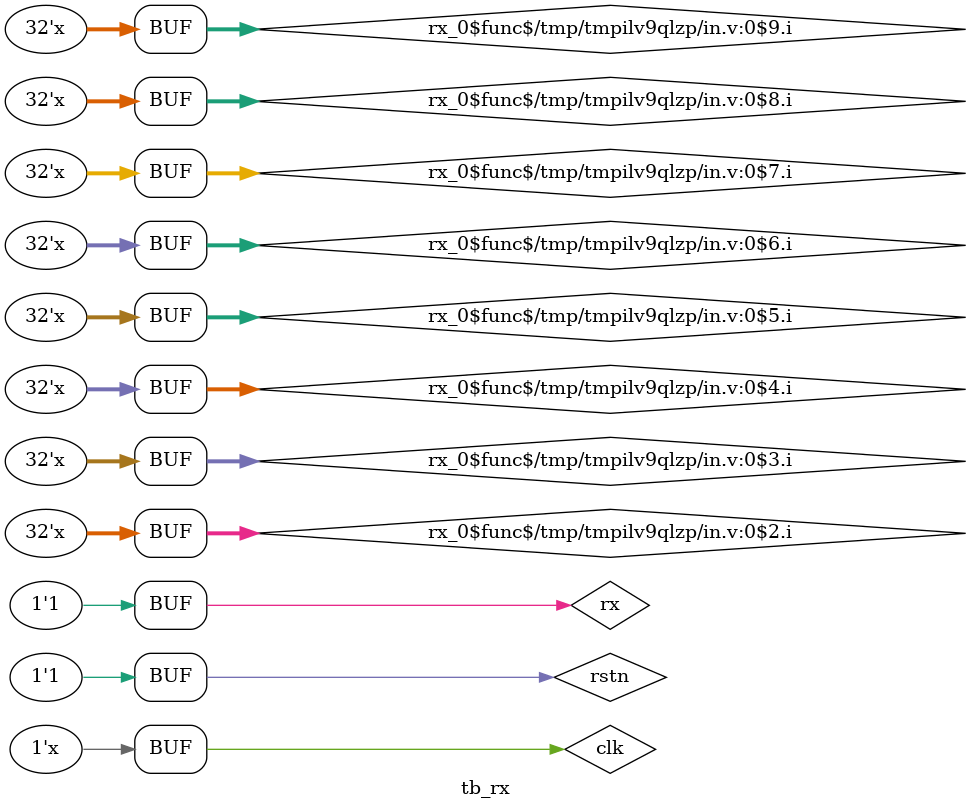
<source format=v>
`timescale 1ns/1ns

module  tb_rx();

reg clk,rstn,rx;
wire     [7:0]   rx_data;
wire             flag;


initial begin
    clk = 1;
    rstn <= 1'b0;
    rx <= 1'b1;
    #20
    rstn <= 1'b1;
 
end

initial begin
    #200
    rx_0(8'd0);
    rx_0(8'd1);
    rx_0(8'd2);
    rx_0(8'd3);
    rx_0(8'd4);
    rx_0(8'd5);
    rx_0(8'd6);
    rx_0(8'd7);
end


task    rx_0
(
    input [7:0]rx_da
);

    integer i;

    for(i = 0;i < 10;i = i + 1)begin
        case(i)
            0:rx <= 1'b0;
            1:rx <= rx_da[0];
            2:rx <= rx_da[1];
            3:rx <= rx_da[2];

            4:rx <= rx_da[3];
            5:rx <= rx_da[4];
            6:rx <= rx_da[5];
            7:rx <= rx_da[6];
            8:rx <= rx_da[7];
            9:rx <= 1'b1;
        default :rx<= 1'b1;
    
        endcase
        #(5208*20);
    end
endtask


always#10 clk = ~clk;

rx
#(   .MAX_CNT(5208)) 
rx_2
(
        .clk(clk),
        .rstn(rstn),
        .rx(rx),

        .rx_data(rx_data),
        .out_flag(flag)
);
endmodule
</source>
